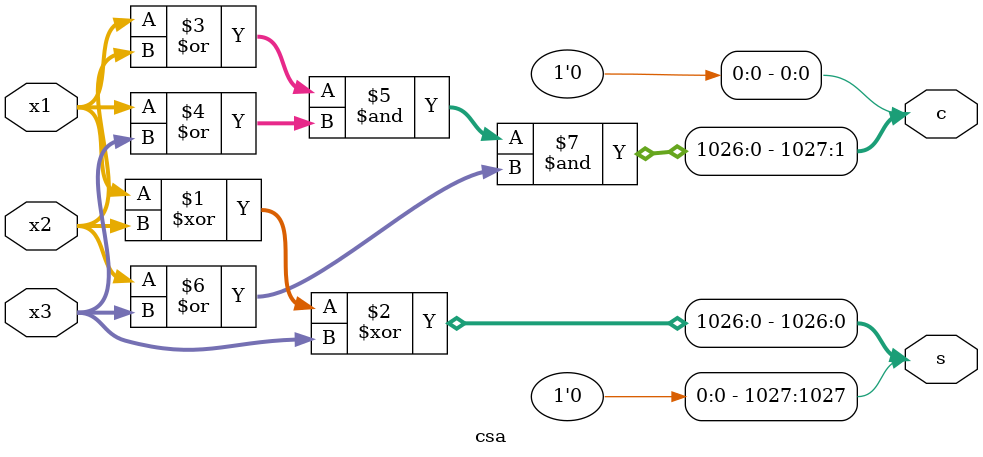
<source format=sv>
`include "config.sv"

module csa #(parameter K = 2+1024+1)
(
    input [(K-1):0] x1,
    input [(K-1):0] x2,
    input [(K-1):0] x3,
    output [K:0] s,
    output [K:0] c
);

assign s = {1'b0, (x1 ^ x2 ^ x3)};
assign c = {(x1 | x2) & (x1 | x3) & (x2 | x3), 1'b0};

endmodule: csa

</source>
